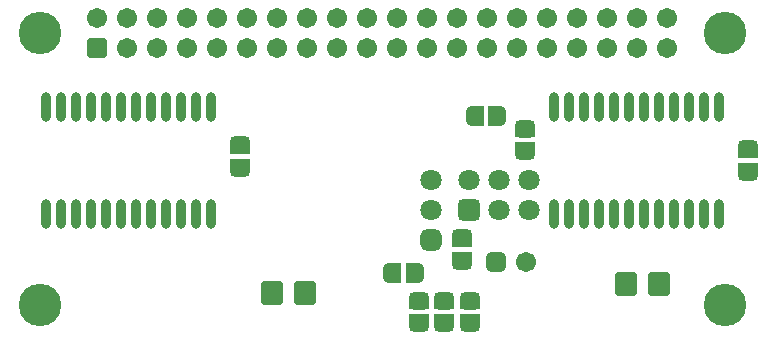
<source format=gbs>
G04 Layer_Color=16711935*
%FSAX24Y24*%
%MOIN*%
G70*
G01*
G75*
G04:AMPARAMS|DCode=37|XSize=67.1mil|YSize=59.2mil|CornerRadius=16.8mil|HoleSize=0mil|Usage=FLASHONLY|Rotation=180.000|XOffset=0mil|YOffset=0mil|HoleType=Round|Shape=RoundedRectangle|*
%AMROUNDEDRECTD37*
21,1,0.0671,0.0256,0,0,180.0*
21,1,0.0335,0.0592,0,0,180.0*
1,1,0.0336,-0.0167,0.0128*
1,1,0.0336,0.0167,0.0128*
1,1,0.0336,0.0167,-0.0128*
1,1,0.0336,-0.0167,-0.0128*
%
%ADD37ROUNDEDRECTD37*%
G04:AMPARAMS|DCode=38|XSize=67.1mil|YSize=59.2mil|CornerRadius=16.8mil|HoleSize=0mil|Usage=FLASHONLY|Rotation=90.000|XOffset=0mil|YOffset=0mil|HoleType=Round|Shape=RoundedRectangle|*
%AMROUNDEDRECTD38*
21,1,0.0671,0.0256,0,0,90.0*
21,1,0.0335,0.0592,0,0,90.0*
1,1,0.0336,0.0128,0.0167*
1,1,0.0336,0.0128,-0.0167*
1,1,0.0336,-0.0128,-0.0167*
1,1,0.0336,-0.0128,0.0167*
%
%ADD38ROUNDEDRECTD38*%
G04:AMPARAMS|DCode=42|XSize=78.9mil|YSize=73mil|CornerRadius=8.9mil|HoleSize=0mil|Usage=FLASHONLY|Rotation=90.000|XOffset=0mil|YOffset=0mil|HoleType=Round|Shape=RoundedRectangle|*
%AMROUNDEDRECTD42*
21,1,0.0789,0.0552,0,0,90.0*
21,1,0.0611,0.0730,0,0,90.0*
1,1,0.0177,0.0276,0.0306*
1,1,0.0177,0.0276,-0.0306*
1,1,0.0177,-0.0276,-0.0306*
1,1,0.0177,-0.0276,0.0306*
%
%ADD42ROUNDEDRECTD42*%
%ADD46R,0.0671X0.0336*%
%ADD47R,0.0336X0.0671*%
%ADD48C,0.0671*%
G04:AMPARAMS|DCode=49|XSize=67.1mil|YSize=67.1mil|CornerRadius=12.9mil|HoleSize=0mil|Usage=FLASHONLY|Rotation=0.000|XOffset=0mil|YOffset=0mil|HoleType=Round|Shape=RoundedRectangle|*
%AMROUNDEDRECTD49*
21,1,0.0671,0.0413,0,0,0.0*
21,1,0.0413,0.0671,0,0,0.0*
1,1,0.0257,0.0207,-0.0207*
1,1,0.0257,-0.0207,-0.0207*
1,1,0.0257,-0.0207,0.0207*
1,1,0.0257,0.0207,0.0207*
%
%ADD49ROUNDEDRECTD49*%
%ADD50C,0.0710*%
G04:AMPARAMS|DCode=51|XSize=71mil|YSize=71mil|CornerRadius=19.7mil|HoleSize=0mil|Usage=FLASHONLY|Rotation=90.000|XOffset=0mil|YOffset=0mil|HoleType=Round|Shape=RoundedRectangle|*
%AMROUNDEDRECTD51*
21,1,0.0710,0.0315,0,0,90.0*
21,1,0.0315,0.0710,0,0,90.0*
1,1,0.0395,0.0157,0.0157*
1,1,0.0395,0.0157,-0.0157*
1,1,0.0395,-0.0157,-0.0157*
1,1,0.0395,-0.0157,0.0157*
%
%ADD51ROUNDEDRECTD51*%
G04:AMPARAMS|DCode=52|XSize=71mil|YSize=71mil|CornerRadius=11.9mil|HoleSize=0mil|Usage=FLASHONLY|Rotation=0.000|XOffset=0mil|YOffset=0mil|HoleType=Round|Shape=RoundedRectangle|*
%AMROUNDEDRECTD52*
21,1,0.0710,0.0472,0,0,0.0*
21,1,0.0472,0.0710,0,0,0.0*
1,1,0.0237,0.0236,-0.0236*
1,1,0.0237,-0.0236,-0.0236*
1,1,0.0237,-0.0236,0.0236*
1,1,0.0237,0.0236,0.0236*
%
%ADD52ROUNDEDRECTD52*%
G04:AMPARAMS|DCode=53|XSize=67.1mil|YSize=67.1mil|CornerRadius=18.8mil|HoleSize=0mil|Usage=FLASHONLY|Rotation=0.000|XOffset=0mil|YOffset=0mil|HoleType=Round|Shape=RoundedRectangle|*
%AMROUNDEDRECTD53*
21,1,0.0671,0.0295,0,0,0.0*
21,1,0.0295,0.0671,0,0,0.0*
1,1,0.0375,0.0148,-0.0148*
1,1,0.0375,-0.0148,-0.0148*
1,1,0.0375,-0.0148,0.0148*
1,1,0.0375,0.0148,0.0148*
%
%ADD53ROUNDEDRECTD53*%
%ADD54C,0.1417*%
%ADD55O,0.0316X0.0986*%
D37*
X047431Y033514D02*
D03*
Y034262D02*
D03*
X064370Y033386D02*
D03*
Y034134D02*
D03*
X056929Y034075D02*
D03*
Y034823D02*
D03*
X053376Y028337D02*
D03*
Y029085D02*
D03*
X054222Y029085D02*
D03*
Y028337D02*
D03*
X055079Y028337D02*
D03*
Y029085D02*
D03*
X054813Y030413D02*
D03*
Y031161D02*
D03*
D38*
X055994Y035256D02*
D03*
X055246D02*
D03*
X052500Y030000D02*
D03*
X053248D02*
D03*
D42*
X048484Y029341D02*
D03*
X049587D02*
D03*
X060276Y029626D02*
D03*
X061378D02*
D03*
D46*
X047431Y033642D02*
D03*
Y034134D02*
D03*
X064370Y033514D02*
D03*
Y034006D02*
D03*
X056929Y034203D02*
D03*
Y034695D02*
D03*
X053376Y028465D02*
D03*
Y028957D02*
D03*
X054222Y028957D02*
D03*
Y028465D02*
D03*
X055079Y028465D02*
D03*
Y028957D02*
D03*
X054813Y030541D02*
D03*
Y031033D02*
D03*
D47*
X055866Y035256D02*
D03*
X055374D02*
D03*
X052628Y030000D02*
D03*
X053120D02*
D03*
D48*
X055665Y038492D02*
D03*
X056665D02*
D03*
X057665D02*
D03*
X058665D02*
D03*
X061665D02*
D03*
X060665D02*
D03*
X059665D02*
D03*
Y037492D02*
D03*
X060665D02*
D03*
X061665D02*
D03*
X058665D02*
D03*
X057665D02*
D03*
X056665D02*
D03*
X055665D02*
D03*
X047665D02*
D03*
X043665D02*
D03*
X048665D02*
D03*
X044665D02*
D03*
X049665D02*
D03*
X045665D02*
D03*
X050665D02*
D03*
X046665D02*
D03*
X051665D02*
D03*
X054665D02*
D03*
X053665D02*
D03*
X052665D02*
D03*
Y038492D02*
D03*
X053665D02*
D03*
X054665D02*
D03*
X051665D02*
D03*
X046665D02*
D03*
X050665D02*
D03*
X045665D02*
D03*
X049665D02*
D03*
X044665D02*
D03*
X048665D02*
D03*
X043665D02*
D03*
X047665D02*
D03*
X042665D02*
D03*
X056965Y030364D02*
D03*
D49*
X042665Y037492D02*
D03*
D50*
X053780Y033100D02*
D03*
Y032100D02*
D03*
X055039Y033091D02*
D03*
X056039Y032091D02*
D03*
Y033091D02*
D03*
X057039Y032091D02*
D03*
Y033091D02*
D03*
D51*
X053780Y031100D02*
D03*
D52*
X055039Y032091D02*
D03*
D53*
X055965Y030364D02*
D03*
D54*
X063583Y037992D02*
D03*
Y028937D02*
D03*
X040748D02*
D03*
Y037992D02*
D03*
D55*
X040951Y035551D02*
D03*
X041451D02*
D03*
X041951D02*
D03*
X042451D02*
D03*
X042951D02*
D03*
X043451D02*
D03*
X043951D02*
D03*
X044451D02*
D03*
X044951D02*
D03*
X045451D02*
D03*
X045951D02*
D03*
X046451D02*
D03*
X040951Y031969D02*
D03*
X041451D02*
D03*
X041951D02*
D03*
X042451D02*
D03*
X042951D02*
D03*
X043451D02*
D03*
X043951D02*
D03*
X044451D02*
D03*
X044951D02*
D03*
X045451D02*
D03*
X045951D02*
D03*
X046451D02*
D03*
X057880Y035551D02*
D03*
X058380D02*
D03*
X058880D02*
D03*
X059380D02*
D03*
X059880D02*
D03*
X060380D02*
D03*
X060880D02*
D03*
X061380D02*
D03*
X061880D02*
D03*
X062380D02*
D03*
X062880D02*
D03*
X063380D02*
D03*
X057880Y031969D02*
D03*
X058380D02*
D03*
X058880D02*
D03*
X059380D02*
D03*
X059880D02*
D03*
X060380D02*
D03*
X060880D02*
D03*
X061380D02*
D03*
X061880D02*
D03*
X062380D02*
D03*
X062880D02*
D03*
X063380D02*
D03*
M02*

</source>
